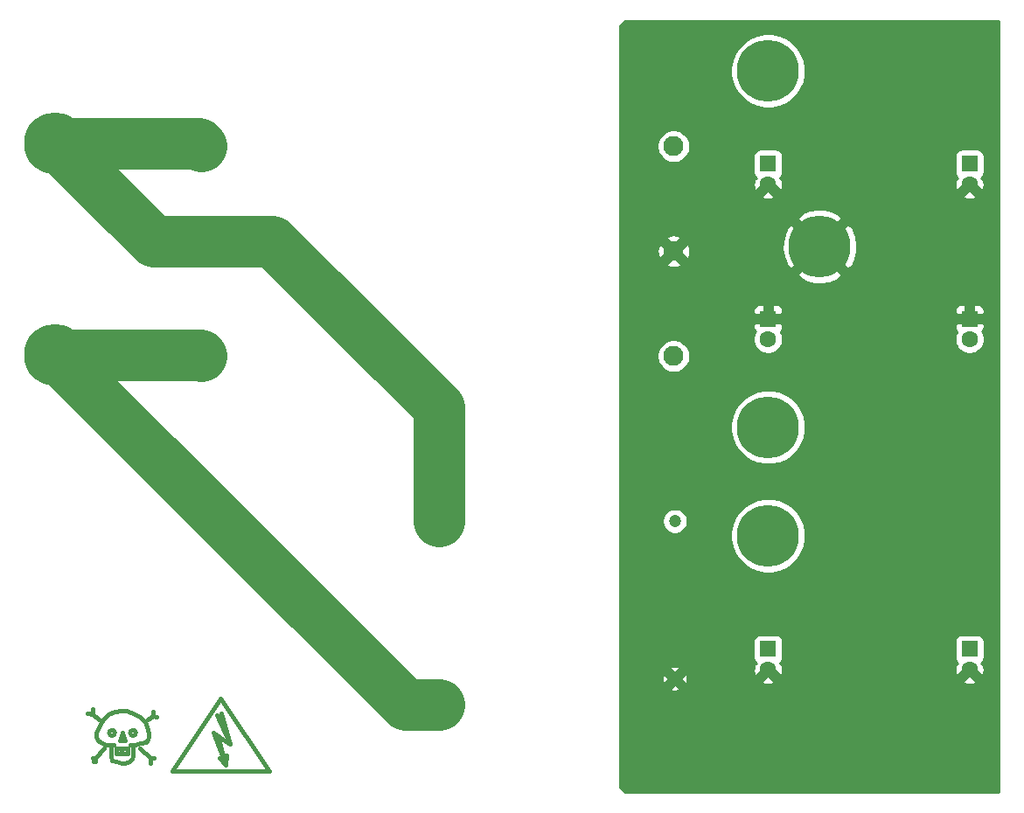
<source format=gbr>
G04 #@! TF.GenerationSoftware,KiCad,Pcbnew,(5.1.5)-3*
G04 #@! TF.CreationDate,2020-06-27T22:24:07+10:00*
G04 #@! TF.ProjectId,external_psu,65787465-726e-4616-9c5f-7073752e6b69,1.0.0*
G04 #@! TF.SameCoordinates,Original*
G04 #@! TF.FileFunction,Copper,L2,Bot*
G04 #@! TF.FilePolarity,Positive*
%FSLAX46Y46*%
G04 Gerber Fmt 4.6, Leading zero omitted, Abs format (unit mm)*
G04 Created by KiCad (PCBNEW (5.1.5)-3) date 2020-06-27 22:24:07*
%MOMM*%
%LPD*%
G04 APERTURE LIST*
%ADD10C,0.381000*%
%ADD11C,1.600000*%
%ADD12R,1.600000X1.600000*%
%ADD13C,5.999480*%
%ADD14C,1.950000*%
%ADD15R,1.950000X1.950000*%
%ADD16C,1.200000*%
%ADD17R,1.200000X1.200000*%
%ADD18C,5.000000*%
%ADD19C,0.254000*%
G04 APERTURE END LIST*
D10*
X114497840Y-124699640D02*
X113298960Y-121600840D01*
X113298960Y-121600840D02*
X113898400Y-121999620D01*
X114899160Y-122700660D02*
X113598680Y-119899040D01*
X114497840Y-124699640D02*
X113898400Y-124001140D01*
X114099060Y-119700920D02*
X114899160Y-122700660D01*
X114899160Y-122700660D02*
X113700280Y-121900560D01*
X113700280Y-121900560D02*
X114497840Y-124699640D01*
X114497840Y-124699640D02*
X114599440Y-123800480D01*
X114000000Y-118309000D02*
X109301000Y-125294000D01*
X109301000Y-125294000D02*
X118699000Y-125294000D01*
X118699000Y-125294000D02*
X114000000Y-118309000D01*
X103230000Y-122762000D02*
X103611000Y-122762000D01*
X102849000Y-122762000D02*
X103230000Y-122762000D01*
X102341000Y-122508000D02*
X102849000Y-122762000D01*
X102087000Y-122381000D02*
X102341000Y-122508000D01*
X101960000Y-122000000D02*
X102087000Y-122381000D01*
X101960000Y-121619000D02*
X101960000Y-122000000D01*
X102087000Y-121238000D02*
X101960000Y-121619000D01*
X102341000Y-120730000D02*
X102087000Y-121238000D01*
X102595000Y-120349000D02*
X102341000Y-120730000D01*
X103103000Y-119841000D02*
X102595000Y-120349000D01*
X103738000Y-119587000D02*
X103103000Y-119841000D01*
X104373000Y-119460000D02*
X103738000Y-119587000D01*
X104881000Y-119460000D02*
X104373000Y-119460000D01*
X105516000Y-119714000D02*
X104881000Y-119460000D01*
X106151000Y-120095000D02*
X105516000Y-119714000D01*
X106659000Y-120603000D02*
X106151000Y-120095000D01*
X106913000Y-121238000D02*
X106659000Y-120603000D01*
X107040000Y-121746000D02*
X106913000Y-121238000D01*
X107040000Y-122000000D02*
X107040000Y-121746000D01*
X105643000Y-122762000D02*
X105262000Y-122762000D01*
X106278000Y-122635000D02*
X105643000Y-122762000D01*
X106786000Y-122508000D02*
X106278000Y-122635000D01*
X106913000Y-122254000D02*
X106786000Y-122508000D01*
X107040000Y-122000000D02*
X106913000Y-122254000D01*
X105516000Y-123524000D02*
X105516000Y-122762000D01*
X105516000Y-123905000D02*
X105516000Y-123524000D01*
X104373000Y-124540000D02*
X104754000Y-124540000D01*
X103865000Y-124413000D02*
X104373000Y-124540000D01*
X103484000Y-124286000D02*
X103865000Y-124413000D01*
X103357000Y-123905000D02*
X103484000Y-124286000D01*
X103357000Y-123524000D02*
X103357000Y-123905000D01*
X103357000Y-122762000D02*
X103357000Y-123524000D01*
X105135000Y-124413000D02*
X104754000Y-124540000D01*
X105389000Y-124159000D02*
X105135000Y-124413000D01*
X105516000Y-123905000D02*
X105389000Y-124159000D01*
X104754000Y-122381000D02*
X104500000Y-121619000D01*
X104246000Y-122381000D02*
X104754000Y-122381000D01*
X104500000Y-121619000D02*
X104246000Y-122381000D01*
X103767981Y-121619000D02*
G75*
G03X103767981Y-121619000I-283981J0D01*
G01*
X105799981Y-121619000D02*
G75*
G03X105799981Y-121619000I-283981J0D01*
G01*
X105008000Y-123651000D02*
X105008000Y-123143000D01*
X103865000Y-123651000D02*
X105008000Y-123651000D01*
X103865000Y-123143000D02*
X103865000Y-123651000D01*
X105008000Y-123143000D02*
X103865000Y-123143000D01*
X104373000Y-123270000D02*
X104373000Y-123524000D01*
X102214000Y-120349000D02*
X101579000Y-119841000D01*
X101579000Y-119841000D02*
X101579000Y-119333000D01*
X101579000Y-119841000D02*
X101071000Y-119714000D01*
X106151000Y-123143000D02*
X107167000Y-124032000D01*
X107167000Y-124032000D02*
X107548000Y-124032000D01*
X107167000Y-124032000D02*
X107167000Y-124540000D01*
X106913000Y-120349000D02*
X107421000Y-119968000D01*
X107421000Y-119968000D02*
X107421000Y-119587000D01*
X107421000Y-119968000D02*
X107802000Y-120095000D01*
X101833000Y-124032000D02*
X101579000Y-124032000D01*
X102722000Y-123143000D02*
X101833000Y-124032000D01*
X101833000Y-124413000D02*
X101706000Y-124413000D01*
X101833000Y-124032000D02*
X101833000Y-124413000D01*
D11*
X167000000Y-68500000D03*
D12*
X167000000Y-66500000D03*
D11*
X167000000Y-83500000D03*
D12*
X167000000Y-81500000D03*
X167000000Y-113500000D03*
D11*
X167000000Y-115500000D03*
D12*
X186500000Y-66500000D03*
D11*
X186500000Y-68500000D03*
D12*
X186500000Y-81500000D03*
D11*
X186500000Y-83500000D03*
X186500000Y-115500000D03*
D12*
X186500000Y-113500000D03*
D13*
X98000000Y-85000000D03*
X98000000Y-64500000D03*
X167000000Y-57500000D03*
X172000000Y-74500000D03*
X167000000Y-92000000D03*
X167000000Y-102500000D03*
D14*
X157860000Y-85120000D03*
X157860000Y-64800000D03*
X157860000Y-74960000D03*
X112140000Y-85120000D03*
D15*
X112140000Y-64800000D03*
D16*
X157970000Y-116350000D03*
X157970000Y-101110000D03*
X135110000Y-101110000D03*
D17*
X135110000Y-118890000D03*
D18*
X112020000Y-85000000D02*
X112140000Y-85120000D01*
X98000000Y-85000000D02*
X112020000Y-85000000D01*
X131890000Y-118890000D02*
X135110000Y-118890000D01*
X98000000Y-85000000D02*
X131890000Y-118890000D01*
X111840000Y-64500000D02*
X112140000Y-64800000D01*
X98000000Y-64500000D02*
X111840000Y-64500000D01*
X135110000Y-101110000D02*
X135110000Y-90110000D01*
X135110000Y-90110000D02*
X119000000Y-74000000D01*
X107500000Y-74000000D02*
X98000000Y-64500000D01*
X119000000Y-74000000D02*
X107500000Y-74000000D01*
D19*
G36*
X189170189Y-52644376D02*
G01*
X189315000Y-52688304D01*
X189315001Y-127311696D01*
X189170189Y-127355624D01*
X188993766Y-127373000D01*
X153506234Y-127373000D01*
X153329811Y-127355624D01*
X153166150Y-127305978D01*
X153015328Y-127225362D01*
X152883130Y-127116870D01*
X152774638Y-126984672D01*
X152694022Y-126833850D01*
X152644376Y-126670189D01*
X152627000Y-126493766D01*
X152627000Y-117332111D01*
X157515390Y-117332111D01*
X157576064Y-117526790D01*
X157813215Y-117581032D01*
X158056389Y-117587965D01*
X158296245Y-117547324D01*
X158363936Y-117526790D01*
X158424610Y-117332111D01*
X157970000Y-116877502D01*
X157515390Y-117332111D01*
X152627000Y-117332111D01*
X152627000Y-116436389D01*
X156732035Y-116436389D01*
X156772676Y-116676245D01*
X156793210Y-116743936D01*
X156987889Y-116804610D01*
X157442498Y-116350000D01*
X158497502Y-116350000D01*
X158952111Y-116804610D01*
X159146790Y-116743936D01*
X159172409Y-116631926D01*
X166395576Y-116631926D01*
X166483059Y-116846094D01*
X166755602Y-116921080D01*
X167037537Y-116941454D01*
X167318030Y-116906434D01*
X167516941Y-116846094D01*
X167604424Y-116631926D01*
X185895576Y-116631926D01*
X185983059Y-116846094D01*
X186255602Y-116921080D01*
X186537537Y-116941454D01*
X186818030Y-116906434D01*
X187016941Y-116846094D01*
X187104424Y-116631926D01*
X186500000Y-116027502D01*
X185895576Y-116631926D01*
X167604424Y-116631926D01*
X167000000Y-116027502D01*
X166395576Y-116631926D01*
X159172409Y-116631926D01*
X159201032Y-116506785D01*
X159207965Y-116263611D01*
X159167324Y-116023755D01*
X159146790Y-115956064D01*
X158952111Y-115895390D01*
X158497502Y-116350000D01*
X157442498Y-116350000D01*
X156987889Y-115895390D01*
X156793210Y-115956064D01*
X156738968Y-116193215D01*
X156732035Y-116436389D01*
X152627000Y-116436389D01*
X152627000Y-115367889D01*
X157515390Y-115367889D01*
X157970000Y-115822498D01*
X158254961Y-115537537D01*
X165558546Y-115537537D01*
X165593566Y-115818030D01*
X165653906Y-116016941D01*
X165868074Y-116104424D01*
X166472498Y-115500000D01*
X166458356Y-115485858D01*
X166985858Y-114958356D01*
X167000000Y-114972498D01*
X167014142Y-114958356D01*
X167541644Y-115485858D01*
X167527502Y-115500000D01*
X168131926Y-116104424D01*
X168346094Y-116016941D01*
X168421080Y-115744398D01*
X168436028Y-115537537D01*
X185058546Y-115537537D01*
X185093566Y-115818030D01*
X185153906Y-116016941D01*
X185368074Y-116104424D01*
X185972498Y-115500000D01*
X185958356Y-115485858D01*
X186485858Y-114958356D01*
X186500000Y-114972498D01*
X186514142Y-114958356D01*
X187041644Y-115485858D01*
X187027502Y-115500000D01*
X187631926Y-116104424D01*
X187846094Y-116016941D01*
X187921080Y-115744398D01*
X187941454Y-115462463D01*
X187906434Y-115181970D01*
X187846094Y-114983059D01*
X187631928Y-114895577D01*
X187782926Y-114744579D01*
X187768470Y-114730123D01*
X187830537Y-114654494D01*
X187889502Y-114544180D01*
X187925812Y-114424482D01*
X187938072Y-114300000D01*
X187938072Y-112700000D01*
X187925812Y-112575518D01*
X187889502Y-112455820D01*
X187830537Y-112345506D01*
X187751185Y-112248815D01*
X187654494Y-112169463D01*
X187544180Y-112110498D01*
X187424482Y-112074188D01*
X187300000Y-112061928D01*
X185700000Y-112061928D01*
X185575518Y-112074188D01*
X185455820Y-112110498D01*
X185345506Y-112169463D01*
X185248815Y-112248815D01*
X185169463Y-112345506D01*
X185110498Y-112455820D01*
X185074188Y-112575518D01*
X185061928Y-112700000D01*
X185061928Y-114300000D01*
X185074188Y-114424482D01*
X185110498Y-114544180D01*
X185169463Y-114654494D01*
X185231530Y-114730123D01*
X185217074Y-114744579D01*
X185368072Y-114895577D01*
X185153906Y-114983059D01*
X185078920Y-115255602D01*
X185058546Y-115537537D01*
X168436028Y-115537537D01*
X168441454Y-115462463D01*
X168406434Y-115181970D01*
X168346094Y-114983059D01*
X168131928Y-114895577D01*
X168282926Y-114744579D01*
X168268470Y-114730123D01*
X168330537Y-114654494D01*
X168389502Y-114544180D01*
X168425812Y-114424482D01*
X168438072Y-114300000D01*
X168438072Y-112700000D01*
X168425812Y-112575518D01*
X168389502Y-112455820D01*
X168330537Y-112345506D01*
X168251185Y-112248815D01*
X168154494Y-112169463D01*
X168044180Y-112110498D01*
X167924482Y-112074188D01*
X167800000Y-112061928D01*
X166200000Y-112061928D01*
X166075518Y-112074188D01*
X165955820Y-112110498D01*
X165845506Y-112169463D01*
X165748815Y-112248815D01*
X165669463Y-112345506D01*
X165610498Y-112455820D01*
X165574188Y-112575518D01*
X165561928Y-112700000D01*
X165561928Y-114300000D01*
X165574188Y-114424482D01*
X165610498Y-114544180D01*
X165669463Y-114654494D01*
X165731530Y-114730123D01*
X165717074Y-114744579D01*
X165868072Y-114895577D01*
X165653906Y-114983059D01*
X165578920Y-115255602D01*
X165558546Y-115537537D01*
X158254961Y-115537537D01*
X158424610Y-115367889D01*
X158363936Y-115173210D01*
X158126785Y-115118968D01*
X157883611Y-115112035D01*
X157643755Y-115152676D01*
X157576064Y-115173210D01*
X157515390Y-115367889D01*
X152627000Y-115367889D01*
X152627000Y-100988363D01*
X156735000Y-100988363D01*
X156735000Y-101231637D01*
X156782460Y-101470236D01*
X156875557Y-101694992D01*
X157010713Y-101897267D01*
X157182733Y-102069287D01*
X157385008Y-102204443D01*
X157609764Y-102297540D01*
X157848363Y-102345000D01*
X158091637Y-102345000D01*
X158330236Y-102297540D01*
X158554992Y-102204443D01*
X158648430Y-102142009D01*
X163365260Y-102142009D01*
X163365260Y-102857991D01*
X163504941Y-103560215D01*
X163778935Y-104221695D01*
X164176713Y-104817012D01*
X164682988Y-105323287D01*
X165278305Y-105721065D01*
X165939785Y-105995059D01*
X166642009Y-106134740D01*
X167357991Y-106134740D01*
X168060215Y-105995059D01*
X168721695Y-105721065D01*
X169317012Y-105323287D01*
X169823287Y-104817012D01*
X170221065Y-104221695D01*
X170495059Y-103560215D01*
X170634740Y-102857991D01*
X170634740Y-102142009D01*
X170495059Y-101439785D01*
X170221065Y-100778305D01*
X169823287Y-100182988D01*
X169317012Y-99676713D01*
X168721695Y-99278935D01*
X168060215Y-99004941D01*
X167357991Y-98865260D01*
X166642009Y-98865260D01*
X165939785Y-99004941D01*
X165278305Y-99278935D01*
X164682988Y-99676713D01*
X164176713Y-100182988D01*
X163778935Y-100778305D01*
X163504941Y-101439785D01*
X163365260Y-102142009D01*
X158648430Y-102142009D01*
X158757267Y-102069287D01*
X158929287Y-101897267D01*
X159064443Y-101694992D01*
X159157540Y-101470236D01*
X159205000Y-101231637D01*
X159205000Y-100988363D01*
X159157540Y-100749764D01*
X159064443Y-100525008D01*
X158929287Y-100322733D01*
X158757267Y-100150713D01*
X158554992Y-100015557D01*
X158330236Y-99922460D01*
X158091637Y-99875000D01*
X157848363Y-99875000D01*
X157609764Y-99922460D01*
X157385008Y-100015557D01*
X157182733Y-100150713D01*
X157010713Y-100322733D01*
X156875557Y-100525008D01*
X156782460Y-100749764D01*
X156735000Y-100988363D01*
X152627000Y-100988363D01*
X152627000Y-91642009D01*
X163365260Y-91642009D01*
X163365260Y-92357991D01*
X163504941Y-93060215D01*
X163778935Y-93721695D01*
X164176713Y-94317012D01*
X164682988Y-94823287D01*
X165278305Y-95221065D01*
X165939785Y-95495059D01*
X166642009Y-95634740D01*
X167357991Y-95634740D01*
X168060215Y-95495059D01*
X168721695Y-95221065D01*
X169317012Y-94823287D01*
X169823287Y-94317012D01*
X170221065Y-93721695D01*
X170495059Y-93060215D01*
X170634740Y-92357991D01*
X170634740Y-91642009D01*
X170495059Y-90939785D01*
X170221065Y-90278305D01*
X169823287Y-89682988D01*
X169317012Y-89176713D01*
X168721695Y-88778935D01*
X168060215Y-88504941D01*
X167357991Y-88365260D01*
X166642009Y-88365260D01*
X165939785Y-88504941D01*
X165278305Y-88778935D01*
X164682988Y-89176713D01*
X164176713Y-89682988D01*
X163778935Y-90278305D01*
X163504941Y-90939785D01*
X163365260Y-91642009D01*
X152627000Y-91642009D01*
X152627000Y-84961429D01*
X156250000Y-84961429D01*
X156250000Y-85278571D01*
X156311871Y-85589620D01*
X156433237Y-85882621D01*
X156609431Y-86146315D01*
X156833685Y-86370569D01*
X157097379Y-86546763D01*
X157390380Y-86668129D01*
X157701429Y-86730000D01*
X158018571Y-86730000D01*
X158329620Y-86668129D01*
X158622621Y-86546763D01*
X158886315Y-86370569D01*
X159110569Y-86146315D01*
X159286763Y-85882621D01*
X159408129Y-85589620D01*
X159470000Y-85278571D01*
X159470000Y-84961429D01*
X159408129Y-84650380D01*
X159286763Y-84357379D01*
X159110569Y-84093685D01*
X158886315Y-83869431D01*
X158622621Y-83693237D01*
X158329620Y-83571871D01*
X158018571Y-83510000D01*
X157701429Y-83510000D01*
X157390380Y-83571871D01*
X157097379Y-83693237D01*
X156833685Y-83869431D01*
X156609431Y-84093685D01*
X156433237Y-84357379D01*
X156311871Y-84650380D01*
X156250000Y-84961429D01*
X152627000Y-84961429D01*
X152627000Y-82300000D01*
X165561928Y-82300000D01*
X165574188Y-82424482D01*
X165610498Y-82544180D01*
X165669463Y-82654494D01*
X165748815Y-82751185D01*
X165765393Y-82764790D01*
X165728320Y-82820273D01*
X165620147Y-83081426D01*
X165565000Y-83358665D01*
X165565000Y-83641335D01*
X165620147Y-83918574D01*
X165728320Y-84179727D01*
X165885363Y-84414759D01*
X166085241Y-84614637D01*
X166320273Y-84771680D01*
X166581426Y-84879853D01*
X166858665Y-84935000D01*
X167141335Y-84935000D01*
X167418574Y-84879853D01*
X167679727Y-84771680D01*
X167914759Y-84614637D01*
X168114637Y-84414759D01*
X168271680Y-84179727D01*
X168379853Y-83918574D01*
X168435000Y-83641335D01*
X168435000Y-83358665D01*
X168379853Y-83081426D01*
X168271680Y-82820273D01*
X168234607Y-82764790D01*
X168251185Y-82751185D01*
X168330537Y-82654494D01*
X168389502Y-82544180D01*
X168425812Y-82424482D01*
X168438072Y-82300000D01*
X185061928Y-82300000D01*
X185074188Y-82424482D01*
X185110498Y-82544180D01*
X185169463Y-82654494D01*
X185248815Y-82751185D01*
X185265393Y-82764790D01*
X185228320Y-82820273D01*
X185120147Y-83081426D01*
X185065000Y-83358665D01*
X185065000Y-83641335D01*
X185120147Y-83918574D01*
X185228320Y-84179727D01*
X185385363Y-84414759D01*
X185585241Y-84614637D01*
X185820273Y-84771680D01*
X186081426Y-84879853D01*
X186358665Y-84935000D01*
X186641335Y-84935000D01*
X186918574Y-84879853D01*
X187179727Y-84771680D01*
X187414759Y-84614637D01*
X187614637Y-84414759D01*
X187771680Y-84179727D01*
X187879853Y-83918574D01*
X187935000Y-83641335D01*
X187935000Y-83358665D01*
X187879853Y-83081426D01*
X187771680Y-82820273D01*
X187734607Y-82764790D01*
X187751185Y-82751185D01*
X187830537Y-82654494D01*
X187889502Y-82544180D01*
X187925812Y-82424482D01*
X187938072Y-82300000D01*
X187935000Y-82031750D01*
X187776250Y-81873000D01*
X186873000Y-81873000D01*
X186873000Y-81893000D01*
X186127000Y-81893000D01*
X186127000Y-81873000D01*
X185223750Y-81873000D01*
X185065000Y-82031750D01*
X185061928Y-82300000D01*
X168438072Y-82300000D01*
X168435000Y-82031750D01*
X168276250Y-81873000D01*
X167373000Y-81873000D01*
X167373000Y-81893000D01*
X166627000Y-81893000D01*
X166627000Y-81873000D01*
X165723750Y-81873000D01*
X165565000Y-82031750D01*
X165561928Y-82300000D01*
X152627000Y-82300000D01*
X152627000Y-80700000D01*
X165561928Y-80700000D01*
X165565000Y-80968250D01*
X165723750Y-81127000D01*
X166627000Y-81127000D01*
X166627000Y-80223750D01*
X167373000Y-80223750D01*
X167373000Y-81127000D01*
X168276250Y-81127000D01*
X168435000Y-80968250D01*
X168438072Y-80700000D01*
X185061928Y-80700000D01*
X185065000Y-80968250D01*
X185223750Y-81127000D01*
X186127000Y-81127000D01*
X186127000Y-80223750D01*
X186873000Y-80223750D01*
X186873000Y-81127000D01*
X187776250Y-81127000D01*
X187935000Y-80968250D01*
X187938072Y-80700000D01*
X187925812Y-80575518D01*
X187889502Y-80455820D01*
X187830537Y-80345506D01*
X187751185Y-80248815D01*
X187654494Y-80169463D01*
X187544180Y-80110498D01*
X187424482Y-80074188D01*
X187300000Y-80061928D01*
X187031750Y-80065000D01*
X186873000Y-80223750D01*
X186127000Y-80223750D01*
X185968250Y-80065000D01*
X185700000Y-80061928D01*
X185575518Y-80074188D01*
X185455820Y-80110498D01*
X185345506Y-80169463D01*
X185248815Y-80248815D01*
X185169463Y-80345506D01*
X185110498Y-80455820D01*
X185074188Y-80575518D01*
X185061928Y-80700000D01*
X168438072Y-80700000D01*
X168425812Y-80575518D01*
X168389502Y-80455820D01*
X168330537Y-80345506D01*
X168251185Y-80248815D01*
X168154494Y-80169463D01*
X168044180Y-80110498D01*
X167924482Y-80074188D01*
X167800000Y-80061928D01*
X167531750Y-80065000D01*
X167373000Y-80223750D01*
X166627000Y-80223750D01*
X166468250Y-80065000D01*
X166200000Y-80061928D01*
X166075518Y-80074188D01*
X165955820Y-80110498D01*
X165845506Y-80169463D01*
X165748815Y-80248815D01*
X165669463Y-80345506D01*
X165610498Y-80455820D01*
X165574188Y-80575518D01*
X165561928Y-80700000D01*
X152627000Y-80700000D01*
X152627000Y-77219963D01*
X169807539Y-77219963D01*
X170166204Y-77658589D01*
X170817650Y-77955653D01*
X171514533Y-78119919D01*
X172230072Y-78145073D01*
X172936769Y-78030149D01*
X173607467Y-77779563D01*
X173833796Y-77658589D01*
X174192461Y-77219963D01*
X172000000Y-75027502D01*
X169807539Y-77219963D01*
X152627000Y-77219963D01*
X152627000Y-76221165D01*
X157126337Y-76221165D01*
X157236470Y-76452801D01*
X157539682Y-76545762D01*
X157855204Y-76577783D01*
X158170910Y-76547634D01*
X158474667Y-76456472D01*
X158483530Y-76452801D01*
X158593663Y-76221165D01*
X157860000Y-75487502D01*
X157126337Y-76221165D01*
X152627000Y-76221165D01*
X152627000Y-74955204D01*
X156242217Y-74955204D01*
X156272366Y-75270910D01*
X156363528Y-75574667D01*
X156367199Y-75583530D01*
X156598835Y-75693663D01*
X157332498Y-74960000D01*
X158387502Y-74960000D01*
X159121165Y-75693663D01*
X159352801Y-75583530D01*
X159445762Y-75280318D01*
X159477783Y-74964796D01*
X159455368Y-74730072D01*
X168354927Y-74730072D01*
X168469851Y-75436769D01*
X168720437Y-76107467D01*
X168841411Y-76333796D01*
X169280037Y-76692461D01*
X171472498Y-74500000D01*
X172527502Y-74500000D01*
X174719963Y-76692461D01*
X175158589Y-76333796D01*
X175455653Y-75682350D01*
X175619919Y-74985467D01*
X175645073Y-74269928D01*
X175530149Y-73563231D01*
X175279563Y-72892533D01*
X175158589Y-72666204D01*
X174719963Y-72307539D01*
X172527502Y-74500000D01*
X171472498Y-74500000D01*
X169280037Y-72307539D01*
X168841411Y-72666204D01*
X168544347Y-73317650D01*
X168380081Y-74014533D01*
X168354927Y-74730072D01*
X159455368Y-74730072D01*
X159447634Y-74649090D01*
X159356472Y-74345333D01*
X159352801Y-74336470D01*
X159121165Y-74226337D01*
X158387502Y-74960000D01*
X157332498Y-74960000D01*
X156598835Y-74226337D01*
X156367199Y-74336470D01*
X156274238Y-74639682D01*
X156242217Y-74955204D01*
X152627000Y-74955204D01*
X152627000Y-73698835D01*
X157126337Y-73698835D01*
X157860000Y-74432498D01*
X158593663Y-73698835D01*
X158483530Y-73467199D01*
X158180318Y-73374238D01*
X157864796Y-73342217D01*
X157549090Y-73372366D01*
X157245333Y-73463528D01*
X157236470Y-73467199D01*
X157126337Y-73698835D01*
X152627000Y-73698835D01*
X152627000Y-71780037D01*
X169807539Y-71780037D01*
X172000000Y-73972498D01*
X174192461Y-71780037D01*
X173833796Y-71341411D01*
X173182350Y-71044347D01*
X172485467Y-70880081D01*
X171769928Y-70854927D01*
X171063231Y-70969851D01*
X170392533Y-71220437D01*
X170166204Y-71341411D01*
X169807539Y-71780037D01*
X152627000Y-71780037D01*
X152627000Y-69631926D01*
X166395576Y-69631926D01*
X166483059Y-69846094D01*
X166755602Y-69921080D01*
X167037537Y-69941454D01*
X167318030Y-69906434D01*
X167516941Y-69846094D01*
X167604424Y-69631926D01*
X185895576Y-69631926D01*
X185983059Y-69846094D01*
X186255602Y-69921080D01*
X186537537Y-69941454D01*
X186818030Y-69906434D01*
X187016941Y-69846094D01*
X187104424Y-69631926D01*
X186500000Y-69027502D01*
X185895576Y-69631926D01*
X167604424Y-69631926D01*
X167000000Y-69027502D01*
X166395576Y-69631926D01*
X152627000Y-69631926D01*
X152627000Y-68537537D01*
X165558546Y-68537537D01*
X165593566Y-68818030D01*
X165653906Y-69016941D01*
X165868074Y-69104424D01*
X166472498Y-68500000D01*
X166458356Y-68485858D01*
X166985858Y-67958356D01*
X167000000Y-67972498D01*
X167014142Y-67958356D01*
X167541644Y-68485858D01*
X167527502Y-68500000D01*
X168131926Y-69104424D01*
X168346094Y-69016941D01*
X168421080Y-68744398D01*
X168436028Y-68537537D01*
X185058546Y-68537537D01*
X185093566Y-68818030D01*
X185153906Y-69016941D01*
X185368074Y-69104424D01*
X185972498Y-68500000D01*
X185958356Y-68485858D01*
X186485858Y-67958356D01*
X186500000Y-67972498D01*
X186514142Y-67958356D01*
X187041644Y-68485858D01*
X187027502Y-68500000D01*
X187631926Y-69104424D01*
X187846094Y-69016941D01*
X187921080Y-68744398D01*
X187941454Y-68462463D01*
X187906434Y-68181970D01*
X187846094Y-67983059D01*
X187631928Y-67895577D01*
X187782926Y-67744579D01*
X187768470Y-67730123D01*
X187830537Y-67654494D01*
X187889502Y-67544180D01*
X187925812Y-67424482D01*
X187938072Y-67300000D01*
X187938072Y-65700000D01*
X187925812Y-65575518D01*
X187889502Y-65455820D01*
X187830537Y-65345506D01*
X187751185Y-65248815D01*
X187654494Y-65169463D01*
X187544180Y-65110498D01*
X187424482Y-65074188D01*
X187300000Y-65061928D01*
X185700000Y-65061928D01*
X185575518Y-65074188D01*
X185455820Y-65110498D01*
X185345506Y-65169463D01*
X185248815Y-65248815D01*
X185169463Y-65345506D01*
X185110498Y-65455820D01*
X185074188Y-65575518D01*
X185061928Y-65700000D01*
X185061928Y-67300000D01*
X185074188Y-67424482D01*
X185110498Y-67544180D01*
X185169463Y-67654494D01*
X185231530Y-67730123D01*
X185217074Y-67744579D01*
X185368072Y-67895577D01*
X185153906Y-67983059D01*
X185078920Y-68255602D01*
X185058546Y-68537537D01*
X168436028Y-68537537D01*
X168441454Y-68462463D01*
X168406434Y-68181970D01*
X168346094Y-67983059D01*
X168131928Y-67895577D01*
X168282926Y-67744579D01*
X168268470Y-67730123D01*
X168330537Y-67654494D01*
X168389502Y-67544180D01*
X168425812Y-67424482D01*
X168438072Y-67300000D01*
X168438072Y-65700000D01*
X168425812Y-65575518D01*
X168389502Y-65455820D01*
X168330537Y-65345506D01*
X168251185Y-65248815D01*
X168154494Y-65169463D01*
X168044180Y-65110498D01*
X167924482Y-65074188D01*
X167800000Y-65061928D01*
X166200000Y-65061928D01*
X166075518Y-65074188D01*
X165955820Y-65110498D01*
X165845506Y-65169463D01*
X165748815Y-65248815D01*
X165669463Y-65345506D01*
X165610498Y-65455820D01*
X165574188Y-65575518D01*
X165561928Y-65700000D01*
X165561928Y-67300000D01*
X165574188Y-67424482D01*
X165610498Y-67544180D01*
X165669463Y-67654494D01*
X165731530Y-67730123D01*
X165717074Y-67744579D01*
X165868072Y-67895577D01*
X165653906Y-67983059D01*
X165578920Y-68255602D01*
X165558546Y-68537537D01*
X152627000Y-68537537D01*
X152627000Y-64641429D01*
X156250000Y-64641429D01*
X156250000Y-64958571D01*
X156311871Y-65269620D01*
X156433237Y-65562621D01*
X156609431Y-65826315D01*
X156833685Y-66050569D01*
X157097379Y-66226763D01*
X157390380Y-66348129D01*
X157701429Y-66410000D01*
X158018571Y-66410000D01*
X158329620Y-66348129D01*
X158622621Y-66226763D01*
X158886315Y-66050569D01*
X159110569Y-65826315D01*
X159286763Y-65562621D01*
X159408129Y-65269620D01*
X159470000Y-64958571D01*
X159470000Y-64641429D01*
X159408129Y-64330380D01*
X159286763Y-64037379D01*
X159110569Y-63773685D01*
X158886315Y-63549431D01*
X158622621Y-63373237D01*
X158329620Y-63251871D01*
X158018571Y-63190000D01*
X157701429Y-63190000D01*
X157390380Y-63251871D01*
X157097379Y-63373237D01*
X156833685Y-63549431D01*
X156609431Y-63773685D01*
X156433237Y-64037379D01*
X156311871Y-64330380D01*
X156250000Y-64641429D01*
X152627000Y-64641429D01*
X152627000Y-57142009D01*
X163365260Y-57142009D01*
X163365260Y-57857991D01*
X163504941Y-58560215D01*
X163778935Y-59221695D01*
X164176713Y-59817012D01*
X164682988Y-60323287D01*
X165278305Y-60721065D01*
X165939785Y-60995059D01*
X166642009Y-61134740D01*
X167357991Y-61134740D01*
X168060215Y-60995059D01*
X168721695Y-60721065D01*
X169317012Y-60323287D01*
X169823287Y-59817012D01*
X170221065Y-59221695D01*
X170495059Y-58560215D01*
X170634740Y-57857991D01*
X170634740Y-57142009D01*
X170495059Y-56439785D01*
X170221065Y-55778305D01*
X169823287Y-55182988D01*
X169317012Y-54676713D01*
X168721695Y-54278935D01*
X168060215Y-54004941D01*
X167357991Y-53865260D01*
X166642009Y-53865260D01*
X165939785Y-54004941D01*
X165278305Y-54278935D01*
X164682988Y-54676713D01*
X164176713Y-55182988D01*
X163778935Y-55778305D01*
X163504941Y-56439785D01*
X163365260Y-57142009D01*
X152627000Y-57142009D01*
X152627000Y-53506234D01*
X152644376Y-53329811D01*
X152694022Y-53166150D01*
X152774638Y-53015328D01*
X152883130Y-52883130D01*
X153015328Y-52774638D01*
X153166150Y-52694022D01*
X153329811Y-52644376D01*
X153506234Y-52627000D01*
X188993766Y-52627000D01*
X189170189Y-52644376D01*
G37*
X189170189Y-52644376D02*
X189315000Y-52688304D01*
X189315001Y-127311696D01*
X189170189Y-127355624D01*
X188993766Y-127373000D01*
X153506234Y-127373000D01*
X153329811Y-127355624D01*
X153166150Y-127305978D01*
X153015328Y-127225362D01*
X152883130Y-127116870D01*
X152774638Y-126984672D01*
X152694022Y-126833850D01*
X152644376Y-126670189D01*
X152627000Y-126493766D01*
X152627000Y-117332111D01*
X157515390Y-117332111D01*
X157576064Y-117526790D01*
X157813215Y-117581032D01*
X158056389Y-117587965D01*
X158296245Y-117547324D01*
X158363936Y-117526790D01*
X158424610Y-117332111D01*
X157970000Y-116877502D01*
X157515390Y-117332111D01*
X152627000Y-117332111D01*
X152627000Y-116436389D01*
X156732035Y-116436389D01*
X156772676Y-116676245D01*
X156793210Y-116743936D01*
X156987889Y-116804610D01*
X157442498Y-116350000D01*
X158497502Y-116350000D01*
X158952111Y-116804610D01*
X159146790Y-116743936D01*
X159172409Y-116631926D01*
X166395576Y-116631926D01*
X166483059Y-116846094D01*
X166755602Y-116921080D01*
X167037537Y-116941454D01*
X167318030Y-116906434D01*
X167516941Y-116846094D01*
X167604424Y-116631926D01*
X185895576Y-116631926D01*
X185983059Y-116846094D01*
X186255602Y-116921080D01*
X186537537Y-116941454D01*
X186818030Y-116906434D01*
X187016941Y-116846094D01*
X187104424Y-116631926D01*
X186500000Y-116027502D01*
X185895576Y-116631926D01*
X167604424Y-116631926D01*
X167000000Y-116027502D01*
X166395576Y-116631926D01*
X159172409Y-116631926D01*
X159201032Y-116506785D01*
X159207965Y-116263611D01*
X159167324Y-116023755D01*
X159146790Y-115956064D01*
X158952111Y-115895390D01*
X158497502Y-116350000D01*
X157442498Y-116350000D01*
X156987889Y-115895390D01*
X156793210Y-115956064D01*
X156738968Y-116193215D01*
X156732035Y-116436389D01*
X152627000Y-116436389D01*
X152627000Y-115367889D01*
X157515390Y-115367889D01*
X157970000Y-115822498D01*
X158254961Y-115537537D01*
X165558546Y-115537537D01*
X165593566Y-115818030D01*
X165653906Y-116016941D01*
X165868074Y-116104424D01*
X166472498Y-115500000D01*
X166458356Y-115485858D01*
X166985858Y-114958356D01*
X167000000Y-114972498D01*
X167014142Y-114958356D01*
X167541644Y-115485858D01*
X167527502Y-115500000D01*
X168131926Y-116104424D01*
X168346094Y-116016941D01*
X168421080Y-115744398D01*
X168436028Y-115537537D01*
X185058546Y-115537537D01*
X185093566Y-115818030D01*
X185153906Y-116016941D01*
X185368074Y-116104424D01*
X185972498Y-115500000D01*
X185958356Y-115485858D01*
X186485858Y-114958356D01*
X186500000Y-114972498D01*
X186514142Y-114958356D01*
X187041644Y-115485858D01*
X187027502Y-115500000D01*
X187631926Y-116104424D01*
X187846094Y-116016941D01*
X187921080Y-115744398D01*
X187941454Y-115462463D01*
X187906434Y-115181970D01*
X187846094Y-114983059D01*
X187631928Y-114895577D01*
X187782926Y-114744579D01*
X187768470Y-114730123D01*
X187830537Y-114654494D01*
X187889502Y-114544180D01*
X187925812Y-114424482D01*
X187938072Y-114300000D01*
X187938072Y-112700000D01*
X187925812Y-112575518D01*
X187889502Y-112455820D01*
X187830537Y-112345506D01*
X187751185Y-112248815D01*
X187654494Y-112169463D01*
X187544180Y-112110498D01*
X187424482Y-112074188D01*
X187300000Y-112061928D01*
X185700000Y-112061928D01*
X185575518Y-112074188D01*
X185455820Y-112110498D01*
X185345506Y-112169463D01*
X185248815Y-112248815D01*
X185169463Y-112345506D01*
X185110498Y-112455820D01*
X185074188Y-112575518D01*
X185061928Y-112700000D01*
X185061928Y-114300000D01*
X185074188Y-114424482D01*
X185110498Y-114544180D01*
X185169463Y-114654494D01*
X185231530Y-114730123D01*
X185217074Y-114744579D01*
X185368072Y-114895577D01*
X185153906Y-114983059D01*
X185078920Y-115255602D01*
X185058546Y-115537537D01*
X168436028Y-115537537D01*
X168441454Y-115462463D01*
X168406434Y-115181970D01*
X168346094Y-114983059D01*
X168131928Y-114895577D01*
X168282926Y-114744579D01*
X168268470Y-114730123D01*
X168330537Y-114654494D01*
X168389502Y-114544180D01*
X168425812Y-114424482D01*
X168438072Y-114300000D01*
X168438072Y-112700000D01*
X168425812Y-112575518D01*
X168389502Y-112455820D01*
X168330537Y-112345506D01*
X168251185Y-112248815D01*
X168154494Y-112169463D01*
X168044180Y-112110498D01*
X167924482Y-112074188D01*
X167800000Y-112061928D01*
X166200000Y-112061928D01*
X166075518Y-112074188D01*
X165955820Y-112110498D01*
X165845506Y-112169463D01*
X165748815Y-112248815D01*
X165669463Y-112345506D01*
X165610498Y-112455820D01*
X165574188Y-112575518D01*
X165561928Y-112700000D01*
X165561928Y-114300000D01*
X165574188Y-114424482D01*
X165610498Y-114544180D01*
X165669463Y-114654494D01*
X165731530Y-114730123D01*
X165717074Y-114744579D01*
X165868072Y-114895577D01*
X165653906Y-114983059D01*
X165578920Y-115255602D01*
X165558546Y-115537537D01*
X158254961Y-115537537D01*
X158424610Y-115367889D01*
X158363936Y-115173210D01*
X158126785Y-115118968D01*
X157883611Y-115112035D01*
X157643755Y-115152676D01*
X157576064Y-115173210D01*
X157515390Y-115367889D01*
X152627000Y-115367889D01*
X152627000Y-100988363D01*
X156735000Y-100988363D01*
X156735000Y-101231637D01*
X156782460Y-101470236D01*
X156875557Y-101694992D01*
X157010713Y-101897267D01*
X157182733Y-102069287D01*
X157385008Y-102204443D01*
X157609764Y-102297540D01*
X157848363Y-102345000D01*
X158091637Y-102345000D01*
X158330236Y-102297540D01*
X158554992Y-102204443D01*
X158648430Y-102142009D01*
X163365260Y-102142009D01*
X163365260Y-102857991D01*
X163504941Y-103560215D01*
X163778935Y-104221695D01*
X164176713Y-104817012D01*
X164682988Y-105323287D01*
X165278305Y-105721065D01*
X165939785Y-105995059D01*
X166642009Y-106134740D01*
X167357991Y-106134740D01*
X168060215Y-105995059D01*
X168721695Y-105721065D01*
X169317012Y-105323287D01*
X169823287Y-104817012D01*
X170221065Y-104221695D01*
X170495059Y-103560215D01*
X170634740Y-102857991D01*
X170634740Y-102142009D01*
X170495059Y-101439785D01*
X170221065Y-100778305D01*
X169823287Y-100182988D01*
X169317012Y-99676713D01*
X168721695Y-99278935D01*
X168060215Y-99004941D01*
X167357991Y-98865260D01*
X166642009Y-98865260D01*
X165939785Y-99004941D01*
X165278305Y-99278935D01*
X164682988Y-99676713D01*
X164176713Y-100182988D01*
X163778935Y-100778305D01*
X163504941Y-101439785D01*
X163365260Y-102142009D01*
X158648430Y-102142009D01*
X158757267Y-102069287D01*
X158929287Y-101897267D01*
X159064443Y-101694992D01*
X159157540Y-101470236D01*
X159205000Y-101231637D01*
X159205000Y-100988363D01*
X159157540Y-100749764D01*
X159064443Y-100525008D01*
X158929287Y-100322733D01*
X158757267Y-100150713D01*
X158554992Y-100015557D01*
X158330236Y-99922460D01*
X158091637Y-99875000D01*
X157848363Y-99875000D01*
X157609764Y-99922460D01*
X157385008Y-100015557D01*
X157182733Y-100150713D01*
X157010713Y-100322733D01*
X156875557Y-100525008D01*
X156782460Y-100749764D01*
X156735000Y-100988363D01*
X152627000Y-100988363D01*
X152627000Y-91642009D01*
X163365260Y-91642009D01*
X163365260Y-92357991D01*
X163504941Y-93060215D01*
X163778935Y-93721695D01*
X164176713Y-94317012D01*
X164682988Y-94823287D01*
X165278305Y-95221065D01*
X165939785Y-95495059D01*
X166642009Y-95634740D01*
X167357991Y-95634740D01*
X168060215Y-95495059D01*
X168721695Y-95221065D01*
X169317012Y-94823287D01*
X169823287Y-94317012D01*
X170221065Y-93721695D01*
X170495059Y-93060215D01*
X170634740Y-92357991D01*
X170634740Y-91642009D01*
X170495059Y-90939785D01*
X170221065Y-90278305D01*
X169823287Y-89682988D01*
X169317012Y-89176713D01*
X168721695Y-88778935D01*
X168060215Y-88504941D01*
X167357991Y-88365260D01*
X166642009Y-88365260D01*
X165939785Y-88504941D01*
X165278305Y-88778935D01*
X164682988Y-89176713D01*
X164176713Y-89682988D01*
X163778935Y-90278305D01*
X163504941Y-90939785D01*
X163365260Y-91642009D01*
X152627000Y-91642009D01*
X152627000Y-84961429D01*
X156250000Y-84961429D01*
X156250000Y-85278571D01*
X156311871Y-85589620D01*
X156433237Y-85882621D01*
X156609431Y-86146315D01*
X156833685Y-86370569D01*
X157097379Y-86546763D01*
X157390380Y-86668129D01*
X157701429Y-86730000D01*
X158018571Y-86730000D01*
X158329620Y-86668129D01*
X158622621Y-86546763D01*
X158886315Y-86370569D01*
X159110569Y-86146315D01*
X159286763Y-85882621D01*
X159408129Y-85589620D01*
X159470000Y-85278571D01*
X159470000Y-84961429D01*
X159408129Y-84650380D01*
X159286763Y-84357379D01*
X159110569Y-84093685D01*
X158886315Y-83869431D01*
X158622621Y-83693237D01*
X158329620Y-83571871D01*
X158018571Y-83510000D01*
X157701429Y-83510000D01*
X157390380Y-83571871D01*
X157097379Y-83693237D01*
X156833685Y-83869431D01*
X156609431Y-84093685D01*
X156433237Y-84357379D01*
X156311871Y-84650380D01*
X156250000Y-84961429D01*
X152627000Y-84961429D01*
X152627000Y-82300000D01*
X165561928Y-82300000D01*
X165574188Y-82424482D01*
X165610498Y-82544180D01*
X165669463Y-82654494D01*
X165748815Y-82751185D01*
X165765393Y-82764790D01*
X165728320Y-82820273D01*
X165620147Y-83081426D01*
X165565000Y-83358665D01*
X165565000Y-83641335D01*
X165620147Y-83918574D01*
X165728320Y-84179727D01*
X165885363Y-84414759D01*
X166085241Y-84614637D01*
X166320273Y-84771680D01*
X166581426Y-84879853D01*
X166858665Y-84935000D01*
X167141335Y-84935000D01*
X167418574Y-84879853D01*
X167679727Y-84771680D01*
X167914759Y-84614637D01*
X168114637Y-84414759D01*
X168271680Y-84179727D01*
X168379853Y-83918574D01*
X168435000Y-83641335D01*
X168435000Y-83358665D01*
X168379853Y-83081426D01*
X168271680Y-82820273D01*
X168234607Y-82764790D01*
X168251185Y-82751185D01*
X168330537Y-82654494D01*
X168389502Y-82544180D01*
X168425812Y-82424482D01*
X168438072Y-82300000D01*
X185061928Y-82300000D01*
X185074188Y-82424482D01*
X185110498Y-82544180D01*
X185169463Y-82654494D01*
X185248815Y-82751185D01*
X185265393Y-82764790D01*
X185228320Y-82820273D01*
X185120147Y-83081426D01*
X185065000Y-83358665D01*
X185065000Y-83641335D01*
X185120147Y-83918574D01*
X185228320Y-84179727D01*
X185385363Y-84414759D01*
X185585241Y-84614637D01*
X185820273Y-84771680D01*
X186081426Y-84879853D01*
X186358665Y-84935000D01*
X186641335Y-84935000D01*
X186918574Y-84879853D01*
X187179727Y-84771680D01*
X187414759Y-84614637D01*
X187614637Y-84414759D01*
X187771680Y-84179727D01*
X187879853Y-83918574D01*
X187935000Y-83641335D01*
X187935000Y-83358665D01*
X187879853Y-83081426D01*
X187771680Y-82820273D01*
X187734607Y-82764790D01*
X187751185Y-82751185D01*
X187830537Y-82654494D01*
X187889502Y-82544180D01*
X187925812Y-82424482D01*
X187938072Y-82300000D01*
X187935000Y-82031750D01*
X187776250Y-81873000D01*
X186873000Y-81873000D01*
X186873000Y-81893000D01*
X186127000Y-81893000D01*
X186127000Y-81873000D01*
X185223750Y-81873000D01*
X185065000Y-82031750D01*
X185061928Y-82300000D01*
X168438072Y-82300000D01*
X168435000Y-82031750D01*
X168276250Y-81873000D01*
X167373000Y-81873000D01*
X167373000Y-81893000D01*
X166627000Y-81893000D01*
X166627000Y-81873000D01*
X165723750Y-81873000D01*
X165565000Y-82031750D01*
X165561928Y-82300000D01*
X152627000Y-82300000D01*
X152627000Y-80700000D01*
X165561928Y-80700000D01*
X165565000Y-80968250D01*
X165723750Y-81127000D01*
X166627000Y-81127000D01*
X166627000Y-80223750D01*
X167373000Y-80223750D01*
X167373000Y-81127000D01*
X168276250Y-81127000D01*
X168435000Y-80968250D01*
X168438072Y-80700000D01*
X185061928Y-80700000D01*
X185065000Y-80968250D01*
X185223750Y-81127000D01*
X186127000Y-81127000D01*
X186127000Y-80223750D01*
X186873000Y-80223750D01*
X186873000Y-81127000D01*
X187776250Y-81127000D01*
X187935000Y-80968250D01*
X187938072Y-80700000D01*
X187925812Y-80575518D01*
X187889502Y-80455820D01*
X187830537Y-80345506D01*
X187751185Y-80248815D01*
X187654494Y-80169463D01*
X187544180Y-80110498D01*
X187424482Y-80074188D01*
X187300000Y-80061928D01*
X187031750Y-80065000D01*
X186873000Y-80223750D01*
X186127000Y-80223750D01*
X185968250Y-80065000D01*
X185700000Y-80061928D01*
X185575518Y-80074188D01*
X185455820Y-80110498D01*
X185345506Y-80169463D01*
X185248815Y-80248815D01*
X185169463Y-80345506D01*
X185110498Y-80455820D01*
X185074188Y-80575518D01*
X185061928Y-80700000D01*
X168438072Y-80700000D01*
X168425812Y-80575518D01*
X168389502Y-80455820D01*
X168330537Y-80345506D01*
X168251185Y-80248815D01*
X168154494Y-80169463D01*
X168044180Y-80110498D01*
X167924482Y-80074188D01*
X167800000Y-80061928D01*
X167531750Y-80065000D01*
X167373000Y-80223750D01*
X166627000Y-80223750D01*
X166468250Y-80065000D01*
X166200000Y-80061928D01*
X166075518Y-80074188D01*
X165955820Y-80110498D01*
X165845506Y-80169463D01*
X165748815Y-80248815D01*
X165669463Y-80345506D01*
X165610498Y-80455820D01*
X165574188Y-80575518D01*
X165561928Y-80700000D01*
X152627000Y-80700000D01*
X152627000Y-77219963D01*
X169807539Y-77219963D01*
X170166204Y-77658589D01*
X170817650Y-77955653D01*
X171514533Y-78119919D01*
X172230072Y-78145073D01*
X172936769Y-78030149D01*
X173607467Y-77779563D01*
X173833796Y-77658589D01*
X174192461Y-77219963D01*
X172000000Y-75027502D01*
X169807539Y-77219963D01*
X152627000Y-77219963D01*
X152627000Y-76221165D01*
X157126337Y-76221165D01*
X157236470Y-76452801D01*
X157539682Y-76545762D01*
X157855204Y-76577783D01*
X158170910Y-76547634D01*
X158474667Y-76456472D01*
X158483530Y-76452801D01*
X158593663Y-76221165D01*
X157860000Y-75487502D01*
X157126337Y-76221165D01*
X152627000Y-76221165D01*
X152627000Y-74955204D01*
X156242217Y-74955204D01*
X156272366Y-75270910D01*
X156363528Y-75574667D01*
X156367199Y-75583530D01*
X156598835Y-75693663D01*
X157332498Y-74960000D01*
X158387502Y-74960000D01*
X159121165Y-75693663D01*
X159352801Y-75583530D01*
X159445762Y-75280318D01*
X159477783Y-74964796D01*
X159455368Y-74730072D01*
X168354927Y-74730072D01*
X168469851Y-75436769D01*
X168720437Y-76107467D01*
X168841411Y-76333796D01*
X169280037Y-76692461D01*
X171472498Y-74500000D01*
X172527502Y-74500000D01*
X174719963Y-76692461D01*
X175158589Y-76333796D01*
X175455653Y-75682350D01*
X175619919Y-74985467D01*
X175645073Y-74269928D01*
X175530149Y-73563231D01*
X175279563Y-72892533D01*
X175158589Y-72666204D01*
X174719963Y-72307539D01*
X172527502Y-74500000D01*
X171472498Y-74500000D01*
X169280037Y-72307539D01*
X168841411Y-72666204D01*
X168544347Y-73317650D01*
X168380081Y-74014533D01*
X168354927Y-74730072D01*
X159455368Y-74730072D01*
X159447634Y-74649090D01*
X159356472Y-74345333D01*
X159352801Y-74336470D01*
X159121165Y-74226337D01*
X158387502Y-74960000D01*
X157332498Y-74960000D01*
X156598835Y-74226337D01*
X156367199Y-74336470D01*
X156274238Y-74639682D01*
X156242217Y-74955204D01*
X152627000Y-74955204D01*
X152627000Y-73698835D01*
X157126337Y-73698835D01*
X157860000Y-74432498D01*
X158593663Y-73698835D01*
X158483530Y-73467199D01*
X158180318Y-73374238D01*
X157864796Y-73342217D01*
X157549090Y-73372366D01*
X157245333Y-73463528D01*
X157236470Y-73467199D01*
X157126337Y-73698835D01*
X152627000Y-73698835D01*
X152627000Y-71780037D01*
X169807539Y-71780037D01*
X172000000Y-73972498D01*
X174192461Y-71780037D01*
X173833796Y-71341411D01*
X173182350Y-71044347D01*
X172485467Y-70880081D01*
X171769928Y-70854927D01*
X171063231Y-70969851D01*
X170392533Y-71220437D01*
X170166204Y-71341411D01*
X169807539Y-71780037D01*
X152627000Y-71780037D01*
X152627000Y-69631926D01*
X166395576Y-69631926D01*
X166483059Y-69846094D01*
X166755602Y-69921080D01*
X167037537Y-69941454D01*
X167318030Y-69906434D01*
X167516941Y-69846094D01*
X167604424Y-69631926D01*
X185895576Y-69631926D01*
X185983059Y-69846094D01*
X186255602Y-69921080D01*
X186537537Y-69941454D01*
X186818030Y-69906434D01*
X187016941Y-69846094D01*
X187104424Y-69631926D01*
X186500000Y-69027502D01*
X185895576Y-69631926D01*
X167604424Y-69631926D01*
X167000000Y-69027502D01*
X166395576Y-69631926D01*
X152627000Y-69631926D01*
X152627000Y-68537537D01*
X165558546Y-68537537D01*
X165593566Y-68818030D01*
X165653906Y-69016941D01*
X165868074Y-69104424D01*
X166472498Y-68500000D01*
X166458356Y-68485858D01*
X166985858Y-67958356D01*
X167000000Y-67972498D01*
X167014142Y-67958356D01*
X167541644Y-68485858D01*
X167527502Y-68500000D01*
X168131926Y-69104424D01*
X168346094Y-69016941D01*
X168421080Y-68744398D01*
X168436028Y-68537537D01*
X185058546Y-68537537D01*
X185093566Y-68818030D01*
X185153906Y-69016941D01*
X185368074Y-69104424D01*
X185972498Y-68500000D01*
X185958356Y-68485858D01*
X186485858Y-67958356D01*
X186500000Y-67972498D01*
X186514142Y-67958356D01*
X187041644Y-68485858D01*
X187027502Y-68500000D01*
X187631926Y-69104424D01*
X187846094Y-69016941D01*
X187921080Y-68744398D01*
X187941454Y-68462463D01*
X187906434Y-68181970D01*
X187846094Y-67983059D01*
X187631928Y-67895577D01*
X187782926Y-67744579D01*
X187768470Y-67730123D01*
X187830537Y-67654494D01*
X187889502Y-67544180D01*
X187925812Y-67424482D01*
X187938072Y-67300000D01*
X187938072Y-65700000D01*
X187925812Y-65575518D01*
X187889502Y-65455820D01*
X187830537Y-65345506D01*
X187751185Y-65248815D01*
X187654494Y-65169463D01*
X187544180Y-65110498D01*
X187424482Y-65074188D01*
X187300000Y-65061928D01*
X185700000Y-65061928D01*
X185575518Y-65074188D01*
X185455820Y-65110498D01*
X185345506Y-65169463D01*
X185248815Y-65248815D01*
X185169463Y-65345506D01*
X185110498Y-65455820D01*
X185074188Y-65575518D01*
X185061928Y-65700000D01*
X185061928Y-67300000D01*
X185074188Y-67424482D01*
X185110498Y-67544180D01*
X185169463Y-67654494D01*
X185231530Y-67730123D01*
X185217074Y-67744579D01*
X185368072Y-67895577D01*
X185153906Y-67983059D01*
X185078920Y-68255602D01*
X185058546Y-68537537D01*
X168436028Y-68537537D01*
X168441454Y-68462463D01*
X168406434Y-68181970D01*
X168346094Y-67983059D01*
X168131928Y-67895577D01*
X168282926Y-67744579D01*
X168268470Y-67730123D01*
X168330537Y-67654494D01*
X168389502Y-67544180D01*
X168425812Y-67424482D01*
X168438072Y-67300000D01*
X168438072Y-65700000D01*
X168425812Y-65575518D01*
X168389502Y-65455820D01*
X168330537Y-65345506D01*
X168251185Y-65248815D01*
X168154494Y-65169463D01*
X168044180Y-65110498D01*
X167924482Y-65074188D01*
X167800000Y-65061928D01*
X166200000Y-65061928D01*
X166075518Y-65074188D01*
X165955820Y-65110498D01*
X165845506Y-65169463D01*
X165748815Y-65248815D01*
X165669463Y-65345506D01*
X165610498Y-65455820D01*
X165574188Y-65575518D01*
X165561928Y-65700000D01*
X165561928Y-67300000D01*
X165574188Y-67424482D01*
X165610498Y-67544180D01*
X165669463Y-67654494D01*
X165731530Y-67730123D01*
X165717074Y-67744579D01*
X165868072Y-67895577D01*
X165653906Y-67983059D01*
X165578920Y-68255602D01*
X165558546Y-68537537D01*
X152627000Y-68537537D01*
X152627000Y-64641429D01*
X156250000Y-64641429D01*
X156250000Y-64958571D01*
X156311871Y-65269620D01*
X156433237Y-65562621D01*
X156609431Y-65826315D01*
X156833685Y-66050569D01*
X157097379Y-66226763D01*
X157390380Y-66348129D01*
X157701429Y-66410000D01*
X158018571Y-66410000D01*
X158329620Y-66348129D01*
X158622621Y-66226763D01*
X158886315Y-66050569D01*
X159110569Y-65826315D01*
X159286763Y-65562621D01*
X159408129Y-65269620D01*
X159470000Y-64958571D01*
X159470000Y-64641429D01*
X159408129Y-64330380D01*
X159286763Y-64037379D01*
X159110569Y-63773685D01*
X158886315Y-63549431D01*
X158622621Y-63373237D01*
X158329620Y-63251871D01*
X158018571Y-63190000D01*
X157701429Y-63190000D01*
X157390380Y-63251871D01*
X157097379Y-63373237D01*
X156833685Y-63549431D01*
X156609431Y-63773685D01*
X156433237Y-64037379D01*
X156311871Y-64330380D01*
X156250000Y-64641429D01*
X152627000Y-64641429D01*
X152627000Y-57142009D01*
X163365260Y-57142009D01*
X163365260Y-57857991D01*
X163504941Y-58560215D01*
X163778935Y-59221695D01*
X164176713Y-59817012D01*
X164682988Y-60323287D01*
X165278305Y-60721065D01*
X165939785Y-60995059D01*
X166642009Y-61134740D01*
X167357991Y-61134740D01*
X168060215Y-60995059D01*
X168721695Y-60721065D01*
X169317012Y-60323287D01*
X169823287Y-59817012D01*
X170221065Y-59221695D01*
X170495059Y-58560215D01*
X170634740Y-57857991D01*
X170634740Y-57142009D01*
X170495059Y-56439785D01*
X170221065Y-55778305D01*
X169823287Y-55182988D01*
X169317012Y-54676713D01*
X168721695Y-54278935D01*
X168060215Y-54004941D01*
X167357991Y-53865260D01*
X166642009Y-53865260D01*
X165939785Y-54004941D01*
X165278305Y-54278935D01*
X164682988Y-54676713D01*
X164176713Y-55182988D01*
X163778935Y-55778305D01*
X163504941Y-56439785D01*
X163365260Y-57142009D01*
X152627000Y-57142009D01*
X152627000Y-53506234D01*
X152644376Y-53329811D01*
X152694022Y-53166150D01*
X152774638Y-53015328D01*
X152883130Y-52883130D01*
X153015328Y-52774638D01*
X153166150Y-52694022D01*
X153329811Y-52644376D01*
X153506234Y-52627000D01*
X188993766Y-52627000D01*
X189170189Y-52644376D01*
M02*

</source>
